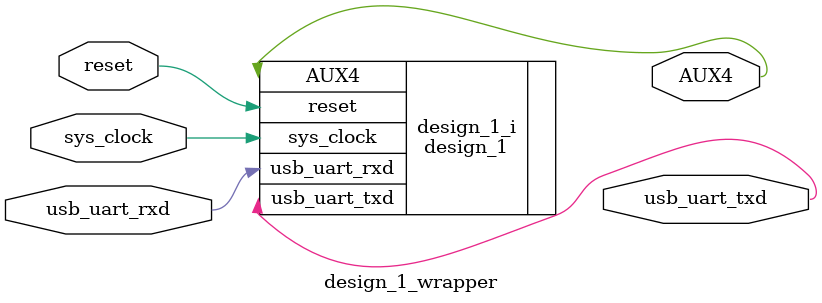
<source format=v>
`timescale 1 ps / 1 ps

module design_1_wrapper
   (AUX4,
    reset,
    sys_clock,
    usb_uart_rxd,
    usb_uart_txd);
  output AUX4;
  input reset;
  input sys_clock;
  input usb_uart_rxd;
  output usb_uart_txd;

  wire AUX4;
  wire reset;
  wire sys_clock;
  wire usb_uart_rxd;
  wire usb_uart_txd;

  design_1 design_1_i
       (.AUX4(AUX4),
        .reset(reset),
        .sys_clock(sys_clock),
        .usb_uart_rxd(usb_uart_rxd),
        .usb_uart_txd(usb_uart_txd));
endmodule

</source>
